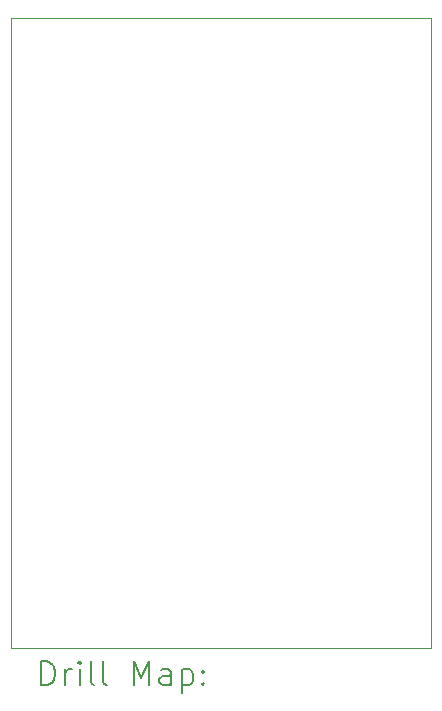
<source format=gbr>
%TF.GenerationSoftware,KiCad,Pcbnew,7.0.9*%
%TF.CreationDate,2023-11-19T21:06:34+01:00*%
%TF.ProjectId,arduino_display_board,61726475-696e-46f5-9f64-6973706c6179,rev?*%
%TF.SameCoordinates,Original*%
%TF.FileFunction,Drillmap*%
%TF.FilePolarity,Positive*%
%FSLAX45Y45*%
G04 Gerber Fmt 4.5, Leading zero omitted, Abs format (unit mm)*
G04 Created by KiCad (PCBNEW 7.0.9) date 2023-11-19 21:06:34*
%MOMM*%
%LPD*%
G01*
G04 APERTURE LIST*
%ADD10C,0.100000*%
%ADD11C,0.200000*%
G04 APERTURE END LIST*
D10*
X5080000Y-9398000D02*
X8636000Y-9398000D01*
X5080000Y-4064000D02*
X5080000Y-9398000D01*
X8636000Y-9398000D02*
X8636000Y-4064000D01*
X8636000Y-4064000D02*
X5080000Y-4064000D01*
D11*
X5335777Y-9714484D02*
X5335777Y-9514484D01*
X5335777Y-9514484D02*
X5383396Y-9514484D01*
X5383396Y-9514484D02*
X5411967Y-9524008D01*
X5411967Y-9524008D02*
X5431015Y-9543055D01*
X5431015Y-9543055D02*
X5440539Y-9562103D01*
X5440539Y-9562103D02*
X5450063Y-9600198D01*
X5450063Y-9600198D02*
X5450063Y-9628770D01*
X5450063Y-9628770D02*
X5440539Y-9666865D01*
X5440539Y-9666865D02*
X5431015Y-9685912D01*
X5431015Y-9685912D02*
X5411967Y-9704960D01*
X5411967Y-9704960D02*
X5383396Y-9714484D01*
X5383396Y-9714484D02*
X5335777Y-9714484D01*
X5535777Y-9714484D02*
X5535777Y-9581150D01*
X5535777Y-9619246D02*
X5545301Y-9600198D01*
X5545301Y-9600198D02*
X5554824Y-9590674D01*
X5554824Y-9590674D02*
X5573872Y-9581150D01*
X5573872Y-9581150D02*
X5592920Y-9581150D01*
X5659586Y-9714484D02*
X5659586Y-9581150D01*
X5659586Y-9514484D02*
X5650062Y-9524008D01*
X5650062Y-9524008D02*
X5659586Y-9533531D01*
X5659586Y-9533531D02*
X5669110Y-9524008D01*
X5669110Y-9524008D02*
X5659586Y-9514484D01*
X5659586Y-9514484D02*
X5659586Y-9533531D01*
X5783396Y-9714484D02*
X5764348Y-9704960D01*
X5764348Y-9704960D02*
X5754824Y-9685912D01*
X5754824Y-9685912D02*
X5754824Y-9514484D01*
X5888158Y-9714484D02*
X5869110Y-9704960D01*
X5869110Y-9704960D02*
X5859586Y-9685912D01*
X5859586Y-9685912D02*
X5859586Y-9514484D01*
X6116729Y-9714484D02*
X6116729Y-9514484D01*
X6116729Y-9514484D02*
X6183396Y-9657341D01*
X6183396Y-9657341D02*
X6250062Y-9514484D01*
X6250062Y-9514484D02*
X6250062Y-9714484D01*
X6431015Y-9714484D02*
X6431015Y-9609722D01*
X6431015Y-9609722D02*
X6421491Y-9590674D01*
X6421491Y-9590674D02*
X6402443Y-9581150D01*
X6402443Y-9581150D02*
X6364348Y-9581150D01*
X6364348Y-9581150D02*
X6345301Y-9590674D01*
X6431015Y-9704960D02*
X6411967Y-9714484D01*
X6411967Y-9714484D02*
X6364348Y-9714484D01*
X6364348Y-9714484D02*
X6345301Y-9704960D01*
X6345301Y-9704960D02*
X6335777Y-9685912D01*
X6335777Y-9685912D02*
X6335777Y-9666865D01*
X6335777Y-9666865D02*
X6345301Y-9647817D01*
X6345301Y-9647817D02*
X6364348Y-9638293D01*
X6364348Y-9638293D02*
X6411967Y-9638293D01*
X6411967Y-9638293D02*
X6431015Y-9628770D01*
X6526253Y-9581150D02*
X6526253Y-9781150D01*
X6526253Y-9590674D02*
X6545301Y-9581150D01*
X6545301Y-9581150D02*
X6583396Y-9581150D01*
X6583396Y-9581150D02*
X6602443Y-9590674D01*
X6602443Y-9590674D02*
X6611967Y-9600198D01*
X6611967Y-9600198D02*
X6621491Y-9619246D01*
X6621491Y-9619246D02*
X6621491Y-9676389D01*
X6621491Y-9676389D02*
X6611967Y-9695436D01*
X6611967Y-9695436D02*
X6602443Y-9704960D01*
X6602443Y-9704960D02*
X6583396Y-9714484D01*
X6583396Y-9714484D02*
X6545301Y-9714484D01*
X6545301Y-9714484D02*
X6526253Y-9704960D01*
X6707205Y-9695436D02*
X6716729Y-9704960D01*
X6716729Y-9704960D02*
X6707205Y-9714484D01*
X6707205Y-9714484D02*
X6697682Y-9704960D01*
X6697682Y-9704960D02*
X6707205Y-9695436D01*
X6707205Y-9695436D02*
X6707205Y-9714484D01*
X6707205Y-9590674D02*
X6716729Y-9600198D01*
X6716729Y-9600198D02*
X6707205Y-9609722D01*
X6707205Y-9609722D02*
X6697682Y-9600198D01*
X6697682Y-9600198D02*
X6707205Y-9590674D01*
X6707205Y-9590674D02*
X6707205Y-9609722D01*
M02*

</source>
